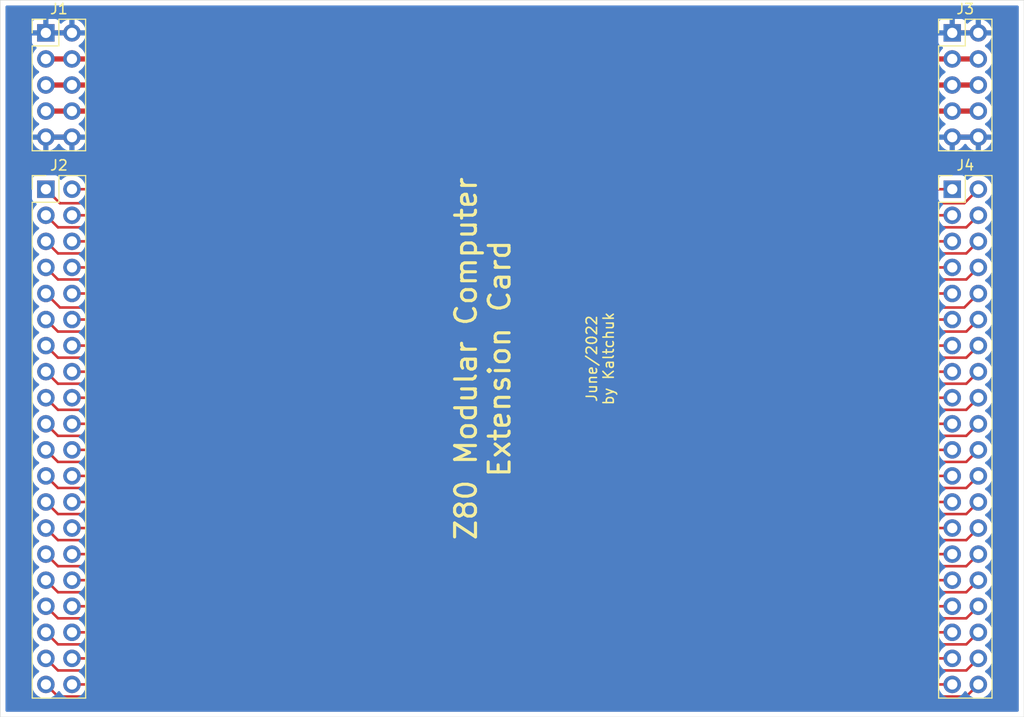
<source format=kicad_pcb>
(kicad_pcb (version 20211014) (generator pcbnew)
  (layers (0 "F.Cu" signal) (31 "B.Cu" signal) (34 "B.Paste" user) (35 "F.Paste" user) (36 "B.SilkS" user "B.Silkscreen") (37 "F.SilkS" user "F.Silkscreen") (38 "B.Mask" user) (39 "F.Mask" user) (44 "Edge.Cuts" user))
  (net 0 "")
  (net 1 "/gnd")
  (net 2 "/+5V")
  (net 3 "/+12V")
  (net 4 "/v1")
  (net 5 "/a00")
  (net 6 "/a01")
  (net 7 "/a02")
  (net 8 "/a03")
  (net 9 "/a04")
  (net 10 "/a05")
  (net 11 "/a06")
  (net 12 "/a07")
  (net 13 "/a08")
  (net 14 "/a09")
  (net 15 "/a10")
  (net 16 "/a11")
  (net 17 "/a12")
  (net 18 "/a13")
  (net 19 "/a14")
  (net 20 "/a15")
  (net 21 "/d00")
  (net 22 "/d01")
  (net 23 "/d02")
  (net 24 "/d03")
  (net 25 "/d04")
  (net 26 "/d05")
  (net 27 "/d06")
  (net 28 "/d07")
  (net 29 "/mreq")
  (net 30 "/wr")
  (net 31 "/iorq")
  (net 32 "/rd")
  (net 33 "/busrq")
  (net 34 "/busack")
  (net 35 "/wait")
  (net 36 "/halt")
  (net 37 "/nmi")
  (net 38 "/int")
  (net 39 "/s0")
  (net 40 "/s1")
  (net 41 "/s2")
  (net 42 "/m1")
  (net 43 "/reset")
  (net 44 "/clk")
  (footprint "Connector_PinHeader_2.54mm:PinHeader_2x05_P2.54mm_Vertical" (layer "F.Cu") (at 187.955 59.06)
    (fp_text reference "J3" (at 1.27 -2.33) (layer "F.SilkS"))
    (fp_text value "Conn_02x05_Odd_Even" hide)
    (fp_line (start -1.33 1.27) (end 1.27 1.27) (layer "F.SilkS") (width 0.12))
    (fp_line (start -1.33 11.49) (end 3.87 11.49) (layer "F.SilkS") (width 0.12))
    (fp_line (start -1.33 0) (end -1.33 -1.33) (layer "F.SilkS") (width 0.12))
    (fp_line (start 1.27 -1.33) (end 3.87 -1.33) (layer "F.SilkS") (width 0.12))
    (fp_line (start 3.87 -1.33) (end 3.87 11.49) (layer "F.SilkS") (width 0.12))
    (fp_line (start 1.27 1.27) (end 1.27 -1.33) (layer "F.SilkS") (width 0.12))
    (fp_line (start -1.33 1.27) (end -1.33 11.49) (layer "F.SilkS") (width 0.12))
    (fp_line (start -1.33 -1.33) (end 0 -1.33) (layer "F.SilkS") (width 0.12))
    (pad "1" thru_hole rect (at 0 0) (size 1.7 1.7) (drill 1) (layers *.Cu *.Mask) (net 1 "/gnd"))
    (pad "2" thru_hole oval (at 2.54 0) (size 1.7 1.7) (drill 1) (layers *.Cu *.Mask) (net 1 "/gnd"))
    (pad "3" thru_hole oval (at 0 2.54) (size 1.7 1.7) (drill 1) (layers *.Cu *.Mask) (net 2 "/+5V"))
    (pad "4" thru_hole oval (at 2.54 2.54) (size 1.7 1.7) (drill 1) (layers *.Cu *.Mask) (net 2 "/+5V"))
    (pad "5" thru_hole oval (at 0 5.08) (size 1.7 1.7) (drill 1) (layers *.Cu *.Mask) (net 3 "/+12V"))
    (pad "6" thru_hole oval (at 2.54 5.08) (size 1.7 1.7) (drill 1) (layers *.Cu *.Mask) (net 3 "/+12V"))
    (pad "7" thru_hole oval (at 0 7.62) (size 1.7 1.7) (drill 1) (layers *.Cu *.Mask) (net 4 "/v1"))
    (pad "8" thru_hole oval (at 2.54 7.62) (size 1.7 1.7) (drill 1) (layers *.Cu *.Mask) (net 4 "/v1"))
    (pad "9" thru_hole oval (at 0 10.16) (size 1.7 1.7) (drill 1) (layers *.Cu *.Mask) (net 1 "/gnd"))
    (pad "10" thru_hole oval (at 2.54 10.16) (size 1.7 1.7) (drill 1) (layers *.Cu *.Mask) (net 1 "/gnd"))
  )
  (footprint "Connector_PinHeader_2.54mm:PinHeader_2x20_P2.54mm_Vertical" (layer "F.Cu") (at 187.96 74.295)
    (fp_text reference "J4" (at 1.27 -2.33) (layer "F.SilkS"))
    (fp_text value "Conn_02x20_Odd_Even" hide)
    (fp_line (start 3.87 -1.33) (end 3.87 49.59) (layer "F.SilkS") (width 0.12))
    (fp_line (start -1.33 0) (end -1.33 -1.33) (layer "F.SilkS") (width 0.12))
    (fp_line (start -1.33 1.27) (end 1.27 1.27) (layer "F.SilkS") (width 0.12))
    (fp_line (start 1.27 -1.33) (end 3.87 -1.33) (layer "F.SilkS") (width 0.12))
    (fp_line (start -1.33 1.27) (end -1.33 49.59) (layer "F.SilkS") (width 0.12))
    (fp_line (start -1.33 -1.33) (end 0 -1.33) (layer "F.SilkS") (width 0.12))
    (fp_line (start 1.27 1.27) (end 1.27 -1.33) (layer "F.SilkS") (width 0.12))
    (fp_line (start -1.33 49.59) (end 3.87 49.59) (layer "F.SilkS") (width 0.12))
    (pad "1" thru_hole rect (at 0 0) (size 1.7 1.7) (drill 1) (layers *.Cu *.Mask) (net 6 "/a01"))
    (pad "2" thru_hole oval (at 2.54 0) (size 1.7 1.7) (drill 1) (layers *.Cu *.Mask) (net 5 "/a00"))
    (pad "3" thru_hole oval (at 0 2.54) (size 1.7 1.7) (drill 1) (layers *.Cu *.Mask) (net 8 "/a03"))
    (pad "4" thru_hole oval (at 2.54 2.54) (size 1.7 1.7) (drill 1) (layers *.Cu *.Mask) (net 7 "/a02"))
    (pad "5" thru_hole oval (at 0 5.08) (size 1.7 1.7) (drill 1) (layers *.Cu *.Mask) (net 10 "/a05"))
    (pad "6" thru_hole oval (at 2.54 5.08) (size 1.7 1.7) (drill 1) (layers *.Cu *.Mask) (net 9 "/a04"))
    (pad "7" thru_hole oval (at 0 7.62) (size 1.7 1.7) (drill 1) (layers *.Cu *.Mask) (net 12 "/a07"))
    (pad "8" thru_hole oval (at 2.54 7.62) (size 1.7 1.7) (drill 1) (layers *.Cu *.Mask) (net 11 "/a06"))
    (pad "9" thru_hole oval (at 0 10.16) (size 1.7 1.7) (drill 1) (layers *.Cu *.Mask) (net 14 "/a09"))
    (pad "10" thru_hole oval (at 2.54 10.16) (size 1.7 1.7) (drill 1) (layers *.Cu *.Mask) (net 13 "/a08"))
    (pad "11" thru_hole oval (at 0 12.7) (size 1.7 1.7) (drill 1) (layers *.Cu *.Mask) (net 16 "/a11"))
    (pad "12" thru_hole oval (at 2.54 12.7) (size 1.7 1.7) (drill 1) (layers *.Cu *.Mask) (net 15 "/a10"))
    (pad "13" thru_hole oval (at 0 15.24) (size 1.7 1.7) (drill 1) (layers *.Cu *.Mask) (net 18 "/a13"))
    (pad "14" thru_hole oval (at 2.54 15.24) (size 1.7 1.7) (drill 1) (layers *.Cu *.Mask) (net 17 "/a12"))
    (pad "15" thru_hole oval (at 0 17.78) (size 1.7 1.7) (drill 1) (layers *.Cu *.Mask) (net 20 "/a15"))
    (pad "16" thru_hole oval (at 2.54 17.78) (size 1.7 1.7) (drill 1) (layers *.Cu *.Mask) (net 19 "/a14"))
    (pad "17" thru_hole oval (at 0 20.32) (size 1.7 1.7) (drill 1) (layers *.Cu *.Mask) (net 22 "/d01"))
    (pad "18" thru_hole oval (at 2.54 20.32) (size 1.7 1.7) (drill 1) (layers *.Cu *.Mask) (net 21 "/d00"))
    (pad "19" thru_hole oval (at 0 22.86) (size 1.7 1.7) (drill 1) (layers *.Cu *.Mask) (net 24 "/d03"))
    (pad "20" thru_hole oval (at 2.54 22.86) (size 1.7 1.7) (drill 1) (layers *.Cu *.Mask) (net 23 "/d02"))
    (pad "21" thru_hole oval (at 0 25.4) (size 1.7 1.7) (drill 1) (layers *.Cu *.Mask) (net 26 "/d05"))
    (pad "22" thru_hole oval (at 2.54 25.4) (size 1.7 1.7) (drill 1) (layers *.Cu *.Mask) (net 25 "/d04"))
    (pad "23" thru_hole oval (at 0 27.94) (size 1.7 1.7) (drill 1) (layers *.Cu *.Mask) (net 28 "/d07"))
    (pad "24" thru_hole oval (at 2.54 27.94) (size 1.7 1.7) (drill 1) (layers *.Cu *.Mask) (net 27 "/d06"))
    (pad "25" thru_hole oval (at 0 30.48) (size 1.7 1.7) (drill 1) (layers *.Cu *.Mask) (net 30 "/wr"))
    (pad "26" thru_hole oval (at 2.54 30.48) (size 1.7 1.7) (drill 1) (layers *.Cu *.Mask) (net 29 "/mreq"))
    (pad "27" thru_hole oval (at 0 33.02) (size 1.7 1.7) (drill 1) (layers *.Cu *.Mask) (net 32 "/rd"))
    (pad "28" thru_hole oval (at 2.54 33.02) (size 1.7 1.7) (drill 1) (layers *.Cu *.Mask) (net 31 "/iorq"))
    (pad "29" thru_hole oval (at 0 35.56) (size 1.7 1.7) (drill 1) (layers *.Cu *.Mask) (net 34 "/busack"))
    (pad "30" thru_hole oval (at 2.54 35.56) (size 1.7 1.7) (drill 1) (layers *.Cu *.Mask) (net 33 "/busrq"))
    (pad "31" thru_hole oval (at 0 38.1) (size 1.7 1.7) (drill 1) (layers *.Cu *.Mask) (net 36 "/halt"))
    (pad "32" thru_hole oval (at 2.54 38.1) (size 1.7 1.7) (drill 1) (layers *.Cu *.Mask) (net 35 "/wait"))
    (pad "33" thru_hole oval (at 0 40.64) (size 1.7 1.7) (drill 1) (layers *.Cu *.Mask) (net 38 "/int"))
    (pad "34" thru_hole oval (at 2.54 40.64) (size 1.7 1.7) (drill 1) (layers *.Cu *.Mask) (net 37 "/nmi"))
    (pad "35" thru_hole oval (at 0 43.18) (size 1.7 1.7) (drill 1) (layers *.Cu *.Mask) (net 40 "/s1"))
    (pad "36" thru_hole oval (at 2.54 43.18) (size 1.7 1.7) (drill 1) (layers *.Cu *.Mask) (net 39 "/s0"))
    (pad "37" thru_hole oval (at 0 45.72) (size 1.7 1.7) (drill 1) (layers *.Cu *.Mask) (net 42 "/m1"))
    (pad "38" thru_hole oval (at 2.54 45.72) (size 1.7 1.7) (drill 1) (layers *.Cu *.Mask) (net 41 "/s2"))
    (pad "39" thru_hole oval (at 0 48.26) (size 1.7 1.7) (drill 1) (layers *.Cu *.Mask) (net 44 "/clk"))
    (pad "40" thru_hole oval (at 2.54 48.26) (size 1.7 1.7) (drill 1) (layers *.Cu *.Mask) (net 43 "/reset"))
  )
  (footprint "Connector_PinHeader_2.54mm:PinHeader_2x20_P2.54mm_Vertical" (layer "F.Cu") (at 99.695 74.295)
    (fp_text reference "J2" (at 1.27 -2.33) (layer "F.SilkS"))
    (fp_text value "Conn_02x20_Odd_Even" hide)
    (fp_line (start -1.33 0) (end -1.33 -1.33) (layer "F.SilkS") (width 0.12))
    (fp_line (start 1.27 1.27) (end 1.27 -1.33) (layer "F.SilkS") (width 0.12))
    (fp_line (start 1.27 -1.33) (end 3.87 -1.33) (layer "F.SilkS") (width 0.12))
    (fp_line (start 3.87 -1.33) (end 3.87 49.59) (layer "F.SilkS") (width 0.12))
    (fp_line (start -1.33 1.27) (end -1.33 49.59) (layer "F.SilkS") (width 0.12))
    (fp_line (start -1.33 -1.33) (end 0 -1.33) (layer "F.SilkS") (width 0.12))
    (fp_line (start -1.33 49.59) (end 3.87 49.59) (layer "F.SilkS") (width 0.12))
    (fp_line (start -1.33 1.27) (end 1.27 1.27) (layer "F.SilkS") (width 0.12))
    (pad "1" thru_hole rect (at 0 0) (size 1.7 1.7) (drill 1) (layers *.Cu *.Mask) (net 5 "/a00"))
    (pad "2" thru_hole oval (at 2.54 0) (size 1.7 1.7) (drill 1) (layers *.Cu *.Mask) (net 6 "/a01"))
    (pad "3" thru_hole oval (at 0 2.54) (size 1.7 1.7) (drill 1) (layers *.Cu *.Mask) (net 7 "/a02"))
    (pad "4" thru_hole oval (at 2.54 2.54) (size 1.7 1.7) (drill 1) (layers *.Cu *.Mask) (net 8 "/a03"))
    (pad "5" thru_hole oval (at 0 5.08) (size 1.7 1.7) (drill 1) (layers *.Cu *.Mask) (net 9 "/a04"))
    (pad "6" thru_hole oval (at 2.54 5.08) (size 1.7 1.7) (drill 1) (layers *.Cu *.Mask) (net 10 "/a05"))
    (pad "7" thru_hole oval (at 0 7.62) (size 1.7 1.7) (drill 1) (layers *.Cu *.Mask) (net 11 "/a06"))
    (pad "8" thru_hole oval (at 2.54 7.62) (size 1.7 1.7) (drill 1) (layers *.Cu *.Mask) (net 12 "/a07"))
    (pad "9" thru_hole oval (at 0 10.16) (size 1.7 1.7) (drill 1) (layers *.Cu *.Mask) (net 13 "/a08"))
    (pad "10" thru_hole oval (at 2.54 10.16) (size 1.7 1.7) (drill 1) (layers *.Cu *.Mask) (net 14 "/a09"))
    (pad "11" thru_hole oval (at 0 12.7) (size 1.7 1.7) (drill 1) (layers *.Cu *.Mask) (net 15 "/a10"))
    (pad "12" thru_hole oval (at 2.54 12.7) (size 1.7 1.7) (drill 1) (layers *.Cu *.Mask) (net 16 "/a11"))
    (pad "13" thru_hole oval (at 0 15.24) (size 1.7 1.7) (drill 1) (layers *.Cu *.Mask) (net 17 "/a12"))
    (pad "14" thru_hole oval (at 2.54 15.24) (size 1.7 1.7) (drill 1) (layers *.Cu *.Mask) (net 18 "/a13"))
    (pad "15" thru_hole oval (at 0 17.78) (size 1.7 1.7) (drill 1) (layers *.Cu *.Mask) (net 19 "/a14"))
    (pad "16" thru_hole oval (at 2.54 17.78) (size 1.7 1.7) (drill 1) (layers *.Cu *.Mask) (net 20 "/a15"))
    (pad "17" thru_hole oval (at 0 20.32) (size 1.7 1.7) (drill 1) (layers *.Cu *.Mask) (net 21 "/d00"))
    (pad "18" thru_hole oval (at 2.54 20.32) (size 1.7 1.7) (drill 1) (layers *.Cu *.Mask) (net 22 "/d01"))
    (pad "19" thru_hole oval (at 0 22.86) (size 1.7 1.7) (drill 1) (layers *.Cu *.Mask) (net 23 "/d02"))
    (pad "20" thru_hole oval (at 2.54 22.86) (size 1.7 1.7) (drill 1) (layers *.Cu *.Mask) (net 24 "/d03"))
    (pad "21" thru_hole oval (at 0 25.4) (size 1.7 1.7) (drill 1) (layers *.Cu *.Mask) (net 25 "/d04"))
    (pad "22" thru_hole oval (at 2.54 25.4) (size 1.7 1.7) (drill 1) (layers *.Cu *.Mask) (net 26 "/d05"))
    (pad "23" thru_hole oval (at 0 27.94) (size 1.7 1.7) (drill 1) (layers *.Cu *.Mask) (net 27 "/d06"))
    (pad "24" thru_hole oval (at 2.54 27.94) (size 1.7 1.7) (drill 1) (layers *.Cu *.Mask) (net 28 "/d07"))
    (pad "25" thru_hole oval (at 0 30.48) (size 1.7 1.7) (drill 1) (layers *.Cu *.Mask) (net 29 "/mreq"))
    (pad "26" thru_hole oval (at 2.54 30.48) (size 1.7 1.7) (drill 1) (layers *.Cu *.Mask) (net 30 "/wr"))
    (pad "27" thru_hole oval (at 0 33.02) (size 1.7 1.7) (drill 1) (layers *.Cu *.Mask) (net 31 "/iorq"))
    (pad "28" thru_hole oval (at 2.54 33.02) (size 1.7 1.7) (drill 1) (layers *.Cu *.Mask) (net 32 "/rd"))
    (pad "29" thru_hole oval (at 0 35.56) (size 1.7 1.7) (drill 1) (layers *.Cu *.Mask) (net 33 "/busrq"))
    (pad "30" thru_hole oval (at 2.54 35.56) (size 1.7 1.7) (drill 1) (layers *.Cu *.Mask) (net 34 "/busack"))
    (pad "31" thru_hole oval (at 0 38.1) (size 1.7 1.7) (drill 1) (layers *.Cu *.Mask) (net 35 "/wait"))
    (pad "32" thru_hole oval (at 2.54 38.1) (size 1.7 1.7) (drill 1) (layers *.Cu *.Mask) (net 36 "/halt"))
    (pad "33" thru_hole oval (at 0 40.64) (size 1.7 1.7) (drill 1) (layers *.Cu *.Mask) (net 37 "/nmi"))
    (pad "34" thru_hole oval (at 2.54 40.64) (size 1.7 1.7) (drill 1) (layers *.Cu *.Mask) (net 38 "/int"))
    (pad "35" thru_hole oval (at 0 43.18) (size 1.7 1.7) (drill 1) (layers *.Cu *.Mask) (net 39 "/s0"))
    (pad "36" thru_hole oval (at 2.54 43.18) (size 1.7 1.7) (drill 1) (layers *.Cu *.Mask) (net 40 "/s1"))
    (pad "37" thru_hole oval (at 0 45.72) (size 1.7 1.7) (drill 1) (layers *.Cu *.Mask) (net 41 "/s2"))
    (pad "38" thru_hole oval (at 2.54 45.72) (size 1.7 1.7) (drill 1) (layers *.Cu *.Mask) (net 42 "/m1"))
    (pad "39" thru_hole oval (at 0 48.26) (size 1.7 1.7) (drill 1) (layers *.Cu *.Mask) (net 43 "/reset"))
    (pad "40" thru_hole oval (at 2.54 48.26) (size 1.7 1.7) (drill 1) (layers *.Cu *.Mask) (net 44 "/clk"))
  )
  (footprint "Connector_PinHeader_2.54mm:PinHeader_2x05_P2.54mm_Vertical" (layer "F.Cu") (at 99.69 59.06)
    (fp_text reference "J1" (at 1.27 -2.33) (layer "F.SilkS"))
    (fp_text value "Conn_02x05_Odd_Even" hide)
    (fp_line (start -1.33 -1.33) (end 0 -1.33) (layer "F.SilkS") (width 0.12))
    (fp_line (start 3.87 -1.33) (end 3.87 11.49) (layer "F.SilkS") (width 0.12))
    (fp_line (start 1.27 -1.33) (end 3.87 -1.33) (layer "F.SilkS") (width 0.12))
    (fp_line (start -1.33 11.49) (end 3.87 11.49) (layer "F.SilkS") (width 0.12))
    (fp_line (start -1.33 0) (end -1.33 -1.33) (layer "F.SilkS") (width 0.12))
    (fp_line (start -1.33 1.27) (end 1.27 1.27) (layer "F.SilkS") (width 0.12))
    (fp_line (start -1.33 1.27) (end -1.33 11.49) (layer "F.SilkS") (width 0.12))
    (fp_line (start 1.27 1.27) (end 1.27 -1.33) (layer "F.SilkS") (width 0.12))
    (pad "1" thru_hole rect (at 0 0) (size 1.7 1.7) (drill 1) (layers *.Cu *.Mask) (net 1 "/gnd"))
    (pad "2" thru_hole oval (at 2.54 0) (size 1.7 1.7) (drill 1) (layers *.Cu *.Mask) (net 1 "/gnd"))
    (pad "3" thru_hole oval (at 0 2.54) (size 1.7 1.7) (drill 1) (layers *.Cu *.Mask) (net 2 "/+5V"))
    (pad "4" thru_hole oval (at 2.54 2.54) (size 1.7 1.7) (drill 1) (layers *.Cu *.Mask) (net 2 "/+5V"))
    (pad "5" thru_hole oval (at 0 5.08) (size 1.7 1.7) (drill 1) (layers *.Cu *.Mask) (net 3 "/+12V"))
    (pad "6" thru_hole oval (at 2.54 5.08) (size 1.7 1.7) (drill 1) (layers *.Cu *.Mask) (net 3 "/+12V"))
    (pad "7" thru_hole oval (at 0 7.62) (size 1.7 1.7) (drill 1) (layers *.Cu *.Mask) (net 4 "/v1"))
    (pad "8" thru_hole oval (at 2.54 7.62) (size 1.7 1.7) (drill 1) (layers *.Cu *.Mask) (net 4 "/v1"))
    (pad "9" thru_hole oval (at 0 10.16) (size 1.7 1.7) (drill 1) (layers *.Cu *.Mask) (net 1 "/gnd"))
    (pad "10" thru_hole oval (at 2.54 10.16) (size 1.7 1.7) (drill 1) (layers *.Cu *.Mask) (net 1 "/gnd"))
  )
  (gr_line (start 95.25 55.88) (end 194.945 55.88) (layer "Edge.Cuts") (width 0.05))
  (gr_line (start 194.945 55.88) (end 194.945 125.73) (layer "Edge.Cuts") (width 0.05))
  (gr_line (start 95.25 55.88) (end 95.25 125.73) (layer "Edge.Cuts") (width 0.05))
  (gr_line (start 95.25 125.73) (end 194.945 125.73) (layer "Edge.Cuts") (width 0.05))
  (gr_text "June/2022\nby Kaltchuk" (at 153.67 90.805 90) (layer "F.SilkS") (effects (font (size 1.016 1.016) (thickness 0.1524))))
  (gr_text "Z80 Modular Computer\nExtension Card" (at 142.24 90.805 90) (layer "F.SilkS") (effects (font (size 2.032 2.032) (thickness 0.3048))))
  (segment (start 99.69 59.06) (end 102.23 59.06) (width 0.508) (layer "F.Cu") (net 1))
  (segment (start 99.69 69.22) (end 102.23 69.22) (width 0.508) (layer "F.Cu") (net 1))
  (segment (start 187.955 59.06) (end 190.495 59.06) (width 0.508) (layer "F.Cu") (net 1))
  (segment (start 187.955 69.22) (end 190.495 69.22) (width 0.508) (layer "F.Cu") (net 1))
  (segment (start 102.23 61.6) (end 187.955 61.6) (width 0.508) (layer "F.Cu") (net 2))
  (segment (start 99.69 61.6) (end 102.23 61.6) (width 0.508) (layer "F.Cu") (net 2))
  (segment (start 187.955 61.6) (end 190.495 61.6) (width 0.508) (layer "F.Cu") (net 2))
  (segment (start 187.955 64.14) (end 190.495 64.14) (width 0.508) (layer "F.Cu") (net 3))
  (segment (start 102.23 64.14) (end 187.955 64.14) (width 0.508) (layer "F.Cu") (net 3))
  (segment (start 99.69 64.14) (end 102.23 64.14) (width 0.508) (layer "F.Cu") (net 3))
  (segment (start 187.955 66.68) (end 190.495 66.68) (width 0.508) (layer "F.Cu") (net 4))
  (segment (start 102.23 66.68) (end 187.955 66.68) (width 0.508) (layer "F.Cu") (net 4))
  (segment (start 99.69 66.68) (end 102.23 66.68) (width 0.508) (layer "F.Cu") (net 4))
  (segment (start 99.695 74.295) (end 101.060489 75.660489) (width 0.25) (layer "F.Cu") (net 5))
  (segment (start 101.060489 75.660489) (end 189.134511 75.660489) (width 0.25) (layer "F.Cu") (net 5))
  (segment (start 189.134511 75.660489) (end 190.5 74.295) (width 0.25) (layer "F.Cu") (net 5))
  (segment (start 102.235 74.295) (end 187.96 74.295) (width 0.25) (layer "F.Cu") (net 6))
  (segment (start 189.325489 78.009511) (end 100.869511 78.009511) (width 0.25) (layer "F.Cu") (net 7))
  (segment (start 100.869511 78.009511) (end 99.695 76.835) (width 0.25) (layer "F.Cu") (net 7))
  (segment (start 190.5 76.835) (end 189.325489 78.009511) (width 0.25) (layer "F.Cu") (net 7))
  (segment (start 102.235 76.835) (end 187.96 76.835) (width 0.25) (layer "F.Cu") (net 8))
  (segment (start 99.695 79.375) (end 100.869511 80.549511) (width 0.25) (layer "F.Cu") (net 9))
  (segment (start 189.325489 80.549511) (end 190.5 79.375) (width 0.25) (layer "F.Cu") (net 9))
  (segment (start 100.869511 80.549511) (end 189.325489 80.549511) (width 0.25) (layer "F.Cu") (net 9))
  (segment (start 102.235 79.375) (end 187.96 79.375) (width 0.25) (layer "F.Cu") (net 10))
  (segment (start 189.325489 83.089511) (end 100.869511 83.089511) (width 0.25) (layer "F.Cu") (net 11))
  (segment (start 100.869511 83.089511) (end 99.695 81.915) (width 0.25) (layer "F.Cu") (net 11))
  (segment (start 190.5 81.915) (end 189.325489 83.089511) (width 0.25) (layer "F.Cu") (net 11))
  (segment (start 187.96 81.915) (end 102.235 81.915) (width 0.25) (layer "F.Cu") (net 12))
  (segment (start 189.134511 85.820489) (end 190.5 84.455) (width 0.25) (layer "F.Cu") (net 13))
  (segment (start 101.060489 85.820489) (end 189.134511 85.820489) (width 0.25) (layer "F.Cu") (net 13))
  (segment (start 99.695 84.455) (end 101.060489 85.820489) (width 0.25) (layer "F.Cu") (net 13))
  (segment (start 102.235 84.455) (end 187.96 84.455) (width 0.25) (layer "F.Cu") (net 14))
  (segment (start 100.869511 88.169511) (end 99.695 86.995) (width 0.25) (layer "F.Cu") (net 15))
  (segment (start 189.325489 88.169511) (end 100.869511 88.169511) (width 0.25) (layer "F.Cu") (net 15))
  (segment (start 190.5 86.995) (end 189.325489 88.169511) (width 0.25) (layer "F.Cu") (net 15))
  (segment (start 187.96 86.995) (end 102.235 86.995) (width 0.25) (layer "F.Cu") (net 16))
  (segment (start 189.325489 90.709511) (end 190.5 89.535) (width 0.25) (layer "F.Cu") (net 17))
  (segment (start 100.869511 90.709511) (end 189.325489 90.709511) (width 0.25) (layer "F.Cu") (net 17))
  (segment (start 99.695 89.535) (end 100.869511 90.709511) (width 0.25) (layer "F.Cu") (net 17))
  (segment (start 102.235 89.535) (end 187.96 89.535) (width 0.25) (layer "F.Cu") (net 18))
  (segment (start 99.695 92.075) (end 100.869511 93.249511) (width 0.25) (layer "F.Cu") (net 19))
  (segment (start 189.325489 93.249511) (end 190.5 92.075) (width 0.25) (layer "F.Cu") (net 19))
  (segment (start 100.869511 93.249511) (end 189.325489 93.249511) (width 0.25) (layer "F.Cu") (net 19))
  (segment (start 187.96 92.075) (end 102.235 92.075) (width 0.25) (layer "F.Cu") (net 20))
  (segment (start 100.869511 95.789511) (end 189.325489 95.789511) (width 0.25) (layer "F.Cu") (net 21))
  (segment (start 189.325489 95.789511) (end 190.5 94.615) (width 0.25) (layer "F.Cu") (net 21))
  (segment (start 99.695 94.615) (end 100.869511 95.789511) (width 0.25) (layer "F.Cu") (net 21))
  (segment (start 102.235 94.615) (end 187.96 94.615) (width 0.25) (layer "F.Cu") (net 22))
  (segment (start 189.325489 98.329511) (end 190.5 97.155) (width 0.25) (layer "F.Cu") (net 23))
  (segment (start 99.695 97.155) (end 100.869511 98.329511) (width 0.25) (layer "F.Cu") (net 23))
  (segment (start 100.869511 98.329511) (end 189.325489 98.329511) (width 0.25) (layer "F.Cu") (net 23))
  (segment (start 187.96 97.155) (end 102.235 97.155) (width 0.25) (layer "F.Cu") (net 24))
  (segment (start 100.869511 100.869511) (end 189.325489 100.869511) (width 0.25) (layer "F.Cu") (net 25))
  (segment (start 189.325489 100.869511) (end 190.5 99.695) (width 0.25) (layer "F.Cu") (net 25))
  (segment (start 99.695 99.695) (end 100.869511 100.869511) (width 0.25) (layer "F.Cu") (net 25))
  (segment (start 102.235 99.695) (end 187.96 99.695) (width 0.25) (layer "F.Cu") (net 26))
  (segment (start 99.695 102.235) (end 100.869511 103.409511) (width 0.25) (layer "F.Cu") (net 27))
  (segment (start 100.869511 103.409511) (end 189.325489 103.409511) (width 0.25) (layer "F.Cu") (net 27))
  (segment (start 189.325489 103.409511) (end 190.5 102.235) (width 0.25) (layer "F.Cu") (net 27))
  (segment (start 187.96 102.235) (end 102.235 102.235) (width 0.25) (layer "F.Cu") (net 28))
  (segment (start 100.869511 105.949511) (end 189.325489 105.949511) (width 0.25) (layer "F.Cu") (net 29))
  (segment (start 99.695 104.775) (end 100.869511 105.949511) (width 0.25) (layer "F.Cu") (net 29))
  (segment (start 189.325489 105.949511) (end 190.5 104.775) (width 0.25) (layer "F.Cu") (net 29))
  (segment (start 102.235 104.775) (end 187.96 104.775) (width 0.25) (layer "F.Cu") (net 30))
  (segment (start 99.695 107.315) (end 100.869511 108.489511) (width 0.25) (layer "F.Cu") (net 31))
  (segment (start 189.325489 108.489511) (end 190.5 107.315) (width 0.25) (layer "F.Cu") (net 31))
  (segment (start 100.869511 108.489511) (end 189.325489 108.489511) (width 0.25) (layer "F.Cu") (net 31))
  (segment (start 187.96 107.315) (end 102.235 107.315) (width 0.25) (layer "F.Cu") (net 32))
  (segment (start 99.695 109.855) (end 100.869511 111.029511) (width 0.25) (layer "F.Cu") (net 33))
  (segment (start 100.869511 111.029511) (end 189.325489 111.029511) (width 0.25) (layer "F.Cu") (net 33))
  (segment (start 189.325489 111.029511) (end 190.5 109.855) (width 0.25) (layer "F.Cu") (net 33))
  (segment (start 102.235 109.855) (end 187.96 109.855) (width 0.25) (layer "F.Cu") (net 34))
  (segment (start 100.869511 113.569511) (end 189.325489 113.569511) (width 0.25) (layer "F.Cu") (net 35))
  (segment (start 189.325489 113.569511) (end 190.5 112.395) (width 0.25) (layer "F.Cu") (net 35))
  (segment (start 99.695 112.395) (end 100.869511 113.569511) (width 0.25) (layer "F.Cu") (net 35))
  (segment (start 187.96 112.395) (end 102.235 112.395) (width 0.25) (layer "F.Cu") (net 36))
  (segment (start 99.695 114.935) (end 100.869511 116.109511) (width 0.25) (layer "F.Cu") (net 37))
  (segment (start 189.325489 116.109511) (end 190.5 114.935) (width 0.25) (layer "F.Cu") (net 37))
  (segment (start 100.869511 116.109511) (end 189.325489 116.109511) (width 0.25) (layer "F.Cu") (net 37))
  (segment (start 102.235 114.935) (end 187.96 114.935) (width 0.25) (layer "F.Cu") (net 38))
  (segment (start 100.869511 118.649511) (end 189.325489 118.649511) (width 0.25) (layer "F.Cu") (net 39))
  (segment (start 99.695 117.475) (end 100.869511 118.649511) (width 0.25) (layer "F.Cu") (net 39))
  (segment (start 189.325489 118.649511) (end 190.5 117.475) (width 0.25) (layer "F.Cu") (net 39))
  (segment (start 187.96 117.475) (end 102.235 117.475) (width 0.25) (layer "F.Cu") (net 40))
  (segment (start 100.869511 121.189511) (end 189.325489 121.189511) (width 0.25) (layer "F.Cu") (net 41))
  (segment (start 189.325489 121.189511) (end 190.5 120.015) (width 0.25) (layer "F.Cu") (net 41))
  (segment (start 99.695 120.015) (end 100.869511 121.189511) (width 0.25) (layer "F.Cu") (net 41))
  (segment (start 102.235 120.015) (end 187.96 120.015) (width 0.25) (layer "F.Cu") (net 42))
  (segment (start 189.325489 123.729511) (end 190.5 122.555) (width 0.25) (layer "F.Cu") (net 43))
  (segment (start 99.695 122.555) (end 100.869511 123.729511) (width 0.25) (layer "F.Cu") (net 43))
  (segment (start 100.869511 123.729511) (end 189.325489 123.729511) (width 0.25) (layer "F.Cu") (net 43))
  (segment (start 187.96 122.555) (end 102.235 122.555) (width 0.25) (layer "F.Cu") (net 44))
  (zone (net 1) (net_name "/gnd") (layer "B.Cu") (connect_pads (clearance 0.508)) (min_thickness 0.254) (fill yes (thermal_gap 0.508) (thermal_bridge_width 0.508))
    (polygon (pts (xy 194.945 125.73) (xy 95.25 125.73) (xy 95.25 55.88) (xy 194.945 55.88)))
  )
)
</source>
